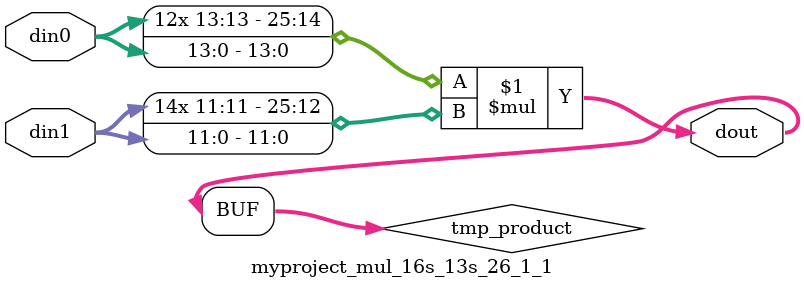
<source format=v>

`timescale 1 ns / 1 ps

  module myproject_mul_16s_13s_26_1_1(din0, din1, dout);
parameter ID = 1;
parameter NUM_STAGE = 0;
parameter din0_WIDTH = 14;
parameter din1_WIDTH = 12;
parameter dout_WIDTH = 26;

input [din0_WIDTH - 1 : 0] din0; 
input [din1_WIDTH - 1 : 0] din1; 
output [dout_WIDTH - 1 : 0] dout;

wire signed [dout_WIDTH - 1 : 0] tmp_product;













assign tmp_product = $signed(din0) * $signed(din1);








assign dout = tmp_product;







endmodule

</source>
